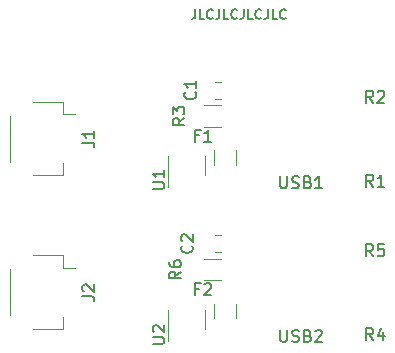
<source format=gbr>
G04 #@! TF.GenerationSoftware,KiCad,Pcbnew,(5.1.4)-1*
G04 #@! TF.CreationDate,2021-03-22T03:07:54-07:00*
G04 #@! TF.ProjectId,bsw,6273772e-6b69-4636-9164-5f7063625858,rev?*
G04 #@! TF.SameCoordinates,Original*
G04 #@! TF.FileFunction,Legend,Top*
G04 #@! TF.FilePolarity,Positive*
%FSLAX46Y46*%
G04 Gerber Fmt 4.6, Leading zero omitted, Abs format (unit mm)*
G04 Created by KiCad (PCBNEW (5.1.4)-1) date 2021-03-22 03:07:54*
%MOMM*%
%LPD*%
G04 APERTURE LIST*
%ADD10C,0.120000*%
%ADD11C,0.150000*%
G04 APERTURE END LIST*
D10*
X-11260000Y-20800000D02*
X-11260000Y-22600000D01*
X-11260000Y-20800000D02*
X-11260000Y-20000000D01*
X-8140000Y-20800000D02*
X-8140000Y-21600000D01*
X-8140000Y-20800000D02*
X-8140000Y-20000000D01*
X-6772936Y-15690000D02*
X-8227064Y-15690000D01*
X-6772936Y-17510000D02*
X-8227064Y-17510000D01*
X-24610000Y-16560000D02*
X-24610000Y-20440000D01*
X-20140000Y-21610000D02*
X-20140000Y-20560000D01*
X-22640000Y-21610000D02*
X-20140000Y-21610000D01*
X-20140000Y-16440000D02*
X-19150000Y-16440000D01*
X-20140000Y-15390000D02*
X-20140000Y-16440000D01*
X-22640000Y-15390000D02*
X-20140000Y-15390000D01*
X-7310000Y-19497936D02*
X-7310000Y-20702064D01*
X-5490000Y-19497936D02*
X-5490000Y-20702064D01*
X-6776248Y-13665000D02*
X-7298752Y-13665000D01*
X-6776248Y-15135000D02*
X-7298752Y-15135000D01*
X-24610000Y-3560000D02*
X-24610000Y-7440000D01*
X-20140000Y-8610000D02*
X-20140000Y-7560000D01*
X-22640000Y-8610000D02*
X-20140000Y-8610000D01*
X-20140000Y-3440000D02*
X-19150000Y-3440000D01*
X-20140000Y-2390000D02*
X-20140000Y-3440000D01*
X-22640000Y-2390000D02*
X-20140000Y-2390000D01*
X-11260000Y-7800000D02*
X-11260000Y-9600000D01*
X-11260000Y-7800000D02*
X-11260000Y-7000000D01*
X-8140000Y-7800000D02*
X-8140000Y-8600000D01*
X-8140000Y-7800000D02*
X-8140000Y-7000000D01*
X-6772936Y-2690000D02*
X-8227064Y-2690000D01*
X-6772936Y-4510000D02*
X-8227064Y-4510000D01*
X-7310000Y-6497936D02*
X-7310000Y-7702064D01*
X-5490000Y-6497936D02*
X-5490000Y-7702064D01*
X-6776248Y-665000D02*
X-7298752Y-665000D01*
X-6776248Y-2135000D02*
X-7298752Y-2135000D01*
D11*
X-8945238Y5438095D02*
X-8945238Y4866666D01*
X-8983333Y4752380D01*
X-9059523Y4676190D01*
X-9173809Y4638095D01*
X-9250000Y4638095D01*
X-8183333Y4638095D02*
X-8564285Y4638095D01*
X-8564285Y5438095D01*
X-7459523Y4714285D02*
X-7497619Y4676190D01*
X-7611904Y4638095D01*
X-7688095Y4638095D01*
X-7802380Y4676190D01*
X-7878571Y4752380D01*
X-7916666Y4828571D01*
X-7954761Y4980952D01*
X-7954761Y5095238D01*
X-7916666Y5247619D01*
X-7878571Y5323809D01*
X-7802380Y5400000D01*
X-7688095Y5438095D01*
X-7611904Y5438095D01*
X-7497619Y5400000D01*
X-7459523Y5361904D01*
X-6888095Y5438095D02*
X-6888095Y4866666D01*
X-6926190Y4752380D01*
X-7002380Y4676190D01*
X-7116666Y4638095D01*
X-7192857Y4638095D01*
X-6126190Y4638095D02*
X-6507142Y4638095D01*
X-6507142Y5438095D01*
X-5402380Y4714285D02*
X-5440476Y4676190D01*
X-5554761Y4638095D01*
X-5630952Y4638095D01*
X-5745238Y4676190D01*
X-5821428Y4752380D01*
X-5859523Y4828571D01*
X-5897619Y4980952D01*
X-5897619Y5095238D01*
X-5859523Y5247619D01*
X-5821428Y5323809D01*
X-5745238Y5400000D01*
X-5630952Y5438095D01*
X-5554761Y5438095D01*
X-5440476Y5400000D01*
X-5402380Y5361904D01*
X-4830952Y5438095D02*
X-4830952Y4866666D01*
X-4869047Y4752380D01*
X-4945238Y4676190D01*
X-5059523Y4638095D01*
X-5135714Y4638095D01*
X-4069047Y4638095D02*
X-4450000Y4638095D01*
X-4450000Y5438095D01*
X-3345238Y4714285D02*
X-3383333Y4676190D01*
X-3497619Y4638095D01*
X-3573809Y4638095D01*
X-3688095Y4676190D01*
X-3764285Y4752380D01*
X-3802380Y4828571D01*
X-3840476Y4980952D01*
X-3840476Y5095238D01*
X-3802380Y5247619D01*
X-3764285Y5323809D01*
X-3688095Y5400000D01*
X-3573809Y5438095D01*
X-3497619Y5438095D01*
X-3383333Y5400000D01*
X-3345238Y5361904D01*
X-2773809Y5438095D02*
X-2773809Y4866666D01*
X-2811904Y4752380D01*
X-2888095Y4676190D01*
X-3002380Y4638095D01*
X-3078571Y4638095D01*
X-2011904Y4638095D02*
X-2392857Y4638095D01*
X-2392857Y5438095D01*
X-1288095Y4714285D02*
X-1326190Y4676190D01*
X-1440476Y4638095D01*
X-1516666Y4638095D01*
X-1630952Y4676190D01*
X-1707142Y4752380D01*
X-1745238Y4828571D01*
X-1783333Y4980952D01*
X-1783333Y5095238D01*
X-1745238Y5247619D01*
X-1707142Y5323809D01*
X-1630952Y5400000D01*
X-1516666Y5438095D01*
X-1440476Y5438095D01*
X-1326190Y5400000D01*
X-1288095Y5361904D01*
X6133333Y-22552380D02*
X5800000Y-22076190D01*
X5561904Y-22552380D02*
X5561904Y-21552380D01*
X5942857Y-21552380D01*
X6038095Y-21600000D01*
X6085714Y-21647619D01*
X6133333Y-21742857D01*
X6133333Y-21885714D01*
X6085714Y-21980952D01*
X6038095Y-22028571D01*
X5942857Y-22076190D01*
X5561904Y-22076190D01*
X6990476Y-21885714D02*
X6990476Y-22552380D01*
X6752380Y-21504761D02*
X6514285Y-22219047D01*
X7133333Y-22219047D01*
X6133333Y-15452380D02*
X5800000Y-14976190D01*
X5561904Y-15452380D02*
X5561904Y-14452380D01*
X5942857Y-14452380D01*
X6038095Y-14500000D01*
X6085714Y-14547619D01*
X6133333Y-14642857D01*
X6133333Y-14785714D01*
X6085714Y-14880952D01*
X6038095Y-14928571D01*
X5942857Y-14976190D01*
X5561904Y-14976190D01*
X7038095Y-14452380D02*
X6561904Y-14452380D01*
X6514285Y-14928571D01*
X6561904Y-14880952D01*
X6657142Y-14833333D01*
X6895238Y-14833333D01*
X6990476Y-14880952D01*
X7038095Y-14928571D01*
X7085714Y-15023809D01*
X7085714Y-15261904D01*
X7038095Y-15357142D01*
X6990476Y-15404761D01*
X6895238Y-15452380D01*
X6657142Y-15452380D01*
X6561904Y-15404761D01*
X6514285Y-15357142D01*
X-1738095Y-21702380D02*
X-1738095Y-22511904D01*
X-1690476Y-22607142D01*
X-1642857Y-22654761D01*
X-1547619Y-22702380D01*
X-1357142Y-22702380D01*
X-1261904Y-22654761D01*
X-1214285Y-22607142D01*
X-1166666Y-22511904D01*
X-1166666Y-21702380D01*
X-738095Y-22654761D02*
X-595238Y-22702380D01*
X-357142Y-22702380D01*
X-261904Y-22654761D01*
X-214285Y-22607142D01*
X-166666Y-22511904D01*
X-166666Y-22416666D01*
X-214285Y-22321428D01*
X-261904Y-22273809D01*
X-357142Y-22226190D01*
X-547619Y-22178571D01*
X-642857Y-22130952D01*
X-690476Y-22083333D01*
X-738095Y-21988095D01*
X-738095Y-21892857D01*
X-690476Y-21797619D01*
X-642857Y-21750000D01*
X-547619Y-21702380D01*
X-309523Y-21702380D01*
X-166666Y-21750000D01*
X595238Y-22178571D02*
X738095Y-22226190D01*
X785714Y-22273809D01*
X833333Y-22369047D01*
X833333Y-22511904D01*
X785714Y-22607142D01*
X738095Y-22654761D01*
X642857Y-22702380D01*
X261904Y-22702380D01*
X261904Y-21702380D01*
X595238Y-21702380D01*
X690476Y-21750000D01*
X738095Y-21797619D01*
X785714Y-21892857D01*
X785714Y-21988095D01*
X738095Y-22083333D01*
X690476Y-22130952D01*
X595238Y-22178571D01*
X261904Y-22178571D01*
X1214285Y-21797619D02*
X1261904Y-21750000D01*
X1357142Y-21702380D01*
X1595238Y-21702380D01*
X1690476Y-21750000D01*
X1738095Y-21797619D01*
X1785714Y-21892857D01*
X1785714Y-21988095D01*
X1738095Y-22130952D01*
X1166666Y-22702380D01*
X1785714Y-22702380D01*
X-12547619Y-22861904D02*
X-11738095Y-22861904D01*
X-11642857Y-22814285D01*
X-11595238Y-22766666D01*
X-11547619Y-22671428D01*
X-11547619Y-22480952D01*
X-11595238Y-22385714D01*
X-11642857Y-22338095D01*
X-11738095Y-22290476D01*
X-12547619Y-22290476D01*
X-12452380Y-21861904D02*
X-12500000Y-21814285D01*
X-12547619Y-21719047D01*
X-12547619Y-21480952D01*
X-12500000Y-21385714D01*
X-12452380Y-21338095D01*
X-12357142Y-21290476D01*
X-12261904Y-21290476D01*
X-12119047Y-21338095D01*
X-11547619Y-21909523D01*
X-11547619Y-21290476D01*
X-10147619Y-16766666D02*
X-10623809Y-17100000D01*
X-10147619Y-17338095D02*
X-11147619Y-17338095D01*
X-11147619Y-16957142D01*
X-11100000Y-16861904D01*
X-11052380Y-16814285D01*
X-10957142Y-16766666D01*
X-10814285Y-16766666D01*
X-10719047Y-16814285D01*
X-10671428Y-16861904D01*
X-10623809Y-16957142D01*
X-10623809Y-17338095D01*
X-11147619Y-15909523D02*
X-11147619Y-16100000D01*
X-11100000Y-16195238D01*
X-11052380Y-16242857D01*
X-10909523Y-16338095D01*
X-10719047Y-16385714D01*
X-10338095Y-16385714D01*
X-10242857Y-16338095D01*
X-10195238Y-16290476D01*
X-10147619Y-16195238D01*
X-10147619Y-16004761D01*
X-10195238Y-15909523D01*
X-10242857Y-15861904D01*
X-10338095Y-15814285D01*
X-10576190Y-15814285D01*
X-10671428Y-15861904D01*
X-10719047Y-15909523D01*
X-10766666Y-16004761D01*
X-10766666Y-16195238D01*
X-10719047Y-16290476D01*
X-10671428Y-16338095D01*
X-10576190Y-16385714D01*
X-18492619Y-18833333D02*
X-17778333Y-18833333D01*
X-17635476Y-18880952D01*
X-17540238Y-18976190D01*
X-17492619Y-19119047D01*
X-17492619Y-19214285D01*
X-18397380Y-18404761D02*
X-18445000Y-18357142D01*
X-18492619Y-18261904D01*
X-18492619Y-18023809D01*
X-18445000Y-17928571D01*
X-18397380Y-17880952D01*
X-18302142Y-17833333D01*
X-18206904Y-17833333D01*
X-18064047Y-17880952D01*
X-17492619Y-18452380D01*
X-17492619Y-17833333D01*
X-8633333Y-18228571D02*
X-8966666Y-18228571D01*
X-8966666Y-18752380D02*
X-8966666Y-17752380D01*
X-8490476Y-17752380D01*
X-8157142Y-17847619D02*
X-8109523Y-17800000D01*
X-8014285Y-17752380D01*
X-7776190Y-17752380D01*
X-7680952Y-17800000D01*
X-7633333Y-17847619D01*
X-7585714Y-17942857D01*
X-7585714Y-18038095D01*
X-7633333Y-18180952D01*
X-8204761Y-18752380D01*
X-7585714Y-18752380D01*
X-9242857Y-14566666D02*
X-9195238Y-14614285D01*
X-9147619Y-14757142D01*
X-9147619Y-14852380D01*
X-9195238Y-14995238D01*
X-9290476Y-15090476D01*
X-9385714Y-15138095D01*
X-9576190Y-15185714D01*
X-9719047Y-15185714D01*
X-9909523Y-15138095D01*
X-10004761Y-15090476D01*
X-10100000Y-14995238D01*
X-10147619Y-14852380D01*
X-10147619Y-14757142D01*
X-10100000Y-14614285D01*
X-10052380Y-14566666D01*
X-10052380Y-14185714D02*
X-10100000Y-14138095D01*
X-10147619Y-14042857D01*
X-10147619Y-13804761D01*
X-10100000Y-13709523D01*
X-10052380Y-13661904D01*
X-9957142Y-13614285D01*
X-9861904Y-13614285D01*
X-9719047Y-13661904D01*
X-9147619Y-14233333D01*
X-9147619Y-13614285D01*
X6133333Y-9552380D02*
X5800000Y-9076190D01*
X5561904Y-9552380D02*
X5561904Y-8552380D01*
X5942857Y-8552380D01*
X6038095Y-8600000D01*
X6085714Y-8647619D01*
X6133333Y-8742857D01*
X6133333Y-8885714D01*
X6085714Y-8980952D01*
X6038095Y-9028571D01*
X5942857Y-9076190D01*
X5561904Y-9076190D01*
X7085714Y-9552380D02*
X6514285Y-9552380D01*
X6800000Y-9552380D02*
X6800000Y-8552380D01*
X6704761Y-8695238D01*
X6609523Y-8790476D01*
X6514285Y-8838095D01*
X6133333Y-2452380D02*
X5800000Y-1976190D01*
X5561904Y-2452380D02*
X5561904Y-1452380D01*
X5942857Y-1452380D01*
X6038095Y-1500000D01*
X6085714Y-1547619D01*
X6133333Y-1642857D01*
X6133333Y-1785714D01*
X6085714Y-1880952D01*
X6038095Y-1928571D01*
X5942857Y-1976190D01*
X5561904Y-1976190D01*
X6514285Y-1547619D02*
X6561904Y-1500000D01*
X6657142Y-1452380D01*
X6895238Y-1452380D01*
X6990476Y-1500000D01*
X7038095Y-1547619D01*
X7085714Y-1642857D01*
X7085714Y-1738095D01*
X7038095Y-1880952D01*
X6466666Y-2452380D01*
X7085714Y-2452380D01*
X-1738095Y-8702380D02*
X-1738095Y-9511904D01*
X-1690476Y-9607142D01*
X-1642857Y-9654761D01*
X-1547619Y-9702380D01*
X-1357142Y-9702380D01*
X-1261904Y-9654761D01*
X-1214285Y-9607142D01*
X-1166666Y-9511904D01*
X-1166666Y-8702380D01*
X-738095Y-9654761D02*
X-595238Y-9702380D01*
X-357142Y-9702380D01*
X-261904Y-9654761D01*
X-214285Y-9607142D01*
X-166666Y-9511904D01*
X-166666Y-9416666D01*
X-214285Y-9321428D01*
X-261904Y-9273809D01*
X-357142Y-9226190D01*
X-547619Y-9178571D01*
X-642857Y-9130952D01*
X-690476Y-9083333D01*
X-738095Y-8988095D01*
X-738095Y-8892857D01*
X-690476Y-8797619D01*
X-642857Y-8750000D01*
X-547619Y-8702380D01*
X-309523Y-8702380D01*
X-166666Y-8750000D01*
X595238Y-9178571D02*
X738095Y-9226190D01*
X785714Y-9273809D01*
X833333Y-9369047D01*
X833333Y-9511904D01*
X785714Y-9607142D01*
X738095Y-9654761D01*
X642857Y-9702380D01*
X261904Y-9702380D01*
X261904Y-8702380D01*
X595238Y-8702380D01*
X690476Y-8750000D01*
X738095Y-8797619D01*
X785714Y-8892857D01*
X785714Y-8988095D01*
X738095Y-9083333D01*
X690476Y-9130952D01*
X595238Y-9178571D01*
X261904Y-9178571D01*
X1785714Y-9702380D02*
X1214285Y-9702380D01*
X1500000Y-9702380D02*
X1500000Y-8702380D01*
X1404761Y-8845238D01*
X1309523Y-8940476D01*
X1214285Y-8988095D01*
X-18492619Y-5833333D02*
X-17778333Y-5833333D01*
X-17635476Y-5880952D01*
X-17540238Y-5976190D01*
X-17492619Y-6119047D01*
X-17492619Y-6214285D01*
X-17492619Y-4833333D02*
X-17492619Y-5404761D01*
X-17492619Y-5119047D02*
X-18492619Y-5119047D01*
X-18349761Y-5214285D01*
X-18254523Y-5309523D01*
X-18206904Y-5404761D01*
X-12547619Y-9761904D02*
X-11738095Y-9761904D01*
X-11642857Y-9714285D01*
X-11595238Y-9666666D01*
X-11547619Y-9571428D01*
X-11547619Y-9380952D01*
X-11595238Y-9285714D01*
X-11642857Y-9238095D01*
X-11738095Y-9190476D01*
X-12547619Y-9190476D01*
X-11547619Y-8190476D02*
X-11547619Y-8761904D01*
X-11547619Y-8476190D02*
X-12547619Y-8476190D01*
X-12404761Y-8571428D01*
X-12309523Y-8666666D01*
X-12261904Y-8761904D01*
X-9847619Y-3766666D02*
X-10323809Y-4100000D01*
X-9847619Y-4338095D02*
X-10847619Y-4338095D01*
X-10847619Y-3957142D01*
X-10800000Y-3861904D01*
X-10752380Y-3814285D01*
X-10657142Y-3766666D01*
X-10514285Y-3766666D01*
X-10419047Y-3814285D01*
X-10371428Y-3861904D01*
X-10323809Y-3957142D01*
X-10323809Y-4338095D01*
X-10847619Y-3433333D02*
X-10847619Y-2814285D01*
X-10466666Y-3147619D01*
X-10466666Y-3004761D01*
X-10419047Y-2909523D01*
X-10371428Y-2861904D01*
X-10276190Y-2814285D01*
X-10038095Y-2814285D01*
X-9942857Y-2861904D01*
X-9895238Y-2909523D01*
X-9847619Y-3004761D01*
X-9847619Y-3290476D01*
X-9895238Y-3385714D01*
X-9942857Y-3433333D01*
X-8633333Y-5228571D02*
X-8966666Y-5228571D01*
X-8966666Y-5752380D02*
X-8966666Y-4752380D01*
X-8490476Y-4752380D01*
X-7585714Y-5752380D02*
X-8157142Y-5752380D01*
X-7871428Y-5752380D02*
X-7871428Y-4752380D01*
X-7966666Y-4895238D01*
X-8061904Y-4990476D01*
X-8157142Y-5038095D01*
X-8942857Y-1566666D02*
X-8895238Y-1614285D01*
X-8847619Y-1757142D01*
X-8847619Y-1852380D01*
X-8895238Y-1995238D01*
X-8990476Y-2090476D01*
X-9085714Y-2138095D01*
X-9276190Y-2185714D01*
X-9419047Y-2185714D01*
X-9609523Y-2138095D01*
X-9704761Y-2090476D01*
X-9800000Y-1995238D01*
X-9847619Y-1852380D01*
X-9847619Y-1757142D01*
X-9800000Y-1614285D01*
X-9752380Y-1566666D01*
X-8847619Y-614285D02*
X-8847619Y-1185714D01*
X-8847619Y-900000D02*
X-9847619Y-900000D01*
X-9704761Y-995238D01*
X-9609523Y-1090476D01*
X-9561904Y-1185714D01*
M02*

</source>
